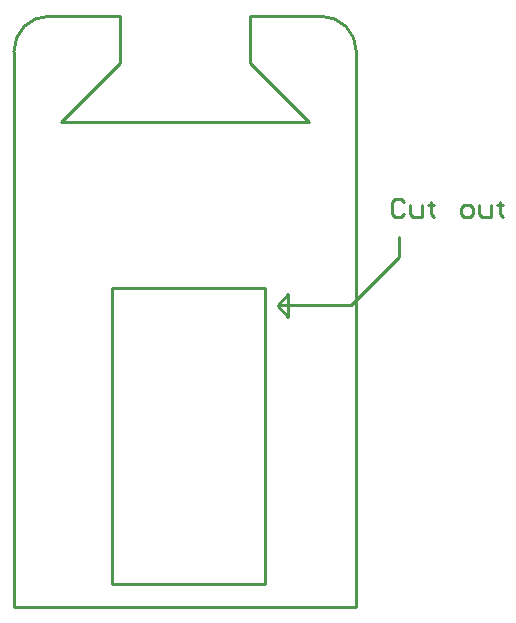
<source format=gm1>
G04*
G04 #@! TF.GenerationSoftware,Altium Limited,Altium Designer,23.10.1 (27)*
G04*
G04 Layer_Color=16711935*
%FSLAX25Y25*%
%MOIN*%
G70*
G04*
G04 #@! TF.SameCoordinates,1CDB52BC-5702-4D16-9384-FD81A510AF7B*
G04*
G04*
G04 #@! TF.FilePolarity,Positive*
G04*
G01*
G75*
%ADD32C,0.01000*%
D32*
X114173Y185039D02*
G03*
X102362Y196850I-11811J0D01*
G01*
X11811Y196850D02*
G03*
X0Y185039I0J-11811D01*
G01*
X78740Y196850D02*
X102362D01*
X11811D02*
X35433D01*
X0Y0D02*
Y185039D01*
Y0D02*
X114173D01*
Y185039D01*
X35433Y181102D02*
Y196850D01*
X15748Y161417D02*
X35433Y181102D01*
X15748Y161417D02*
X98425D01*
X78740Y181102D02*
X98425Y161417D01*
X88016Y100215D02*
X91516Y96715D01*
Y104115D01*
X88016Y100615D02*
X91516Y104115D01*
X88016Y100515D02*
X110016D01*
X112384Y100521D02*
X128284Y116421D01*
Y123121D01*
X109684Y100521D02*
X112384D01*
X78740Y196850D02*
X78740D01*
Y181102D02*
Y196850D01*
X32687Y7717D02*
Y106142D01*
X83868D01*
Y7717D02*
Y106142D01*
X32687Y7717D02*
X83868D01*
X129983Y134920D02*
X128983Y135919D01*
X126984D01*
X125984Y134920D01*
Y130921D01*
X126984Y129921D01*
X128983D01*
X129983Y130921D01*
X131982Y133920D02*
Y130921D01*
X132982Y129921D01*
X135981D01*
Y133920D01*
X138980Y134920D02*
Y133920D01*
X137980D01*
X139980D01*
X138980D01*
Y130921D01*
X139980Y129921D01*
X149977D02*
X151976D01*
X152975Y130921D01*
Y132920D01*
X151976Y133920D01*
X149977D01*
X148977Y132920D01*
Y130921D01*
X149977Y129921D01*
X154975Y133920D02*
Y130921D01*
X155974Y129921D01*
X158974D01*
Y133920D01*
X161973Y134920D02*
Y133920D01*
X160973D01*
X162972D01*
X161973D01*
Y130921D01*
X162972Y129921D01*
M02*

</source>
